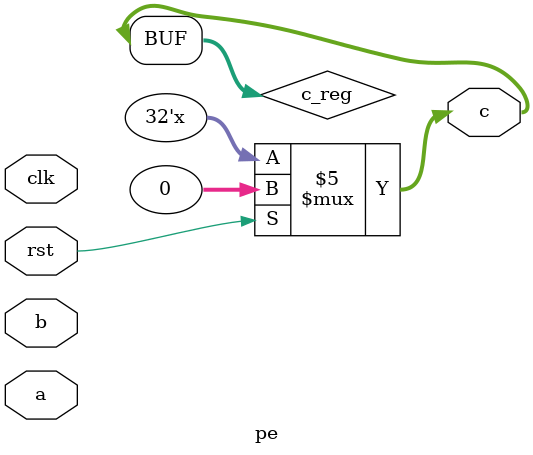
<source format=v>
module pe(
    input clk,
    input rst,
    input [31:0] a,
    input [31:0] b,

    output [31:0] c
);
    // Accumulator register
    reg [31:0] c_reg;

    // Combinational logic to perform multiplication and accumulation
    always @(*) begin
        if (rst) begin
            c_reg = 32'b0; // Reset the accumulator to zero
        end else begin
            c_reg = c_reg + (a * b); // Accumulate the product of a and b
        end
    end

    // Output the accumulated result
    assign c = c_reg;
endmodule
</source>
